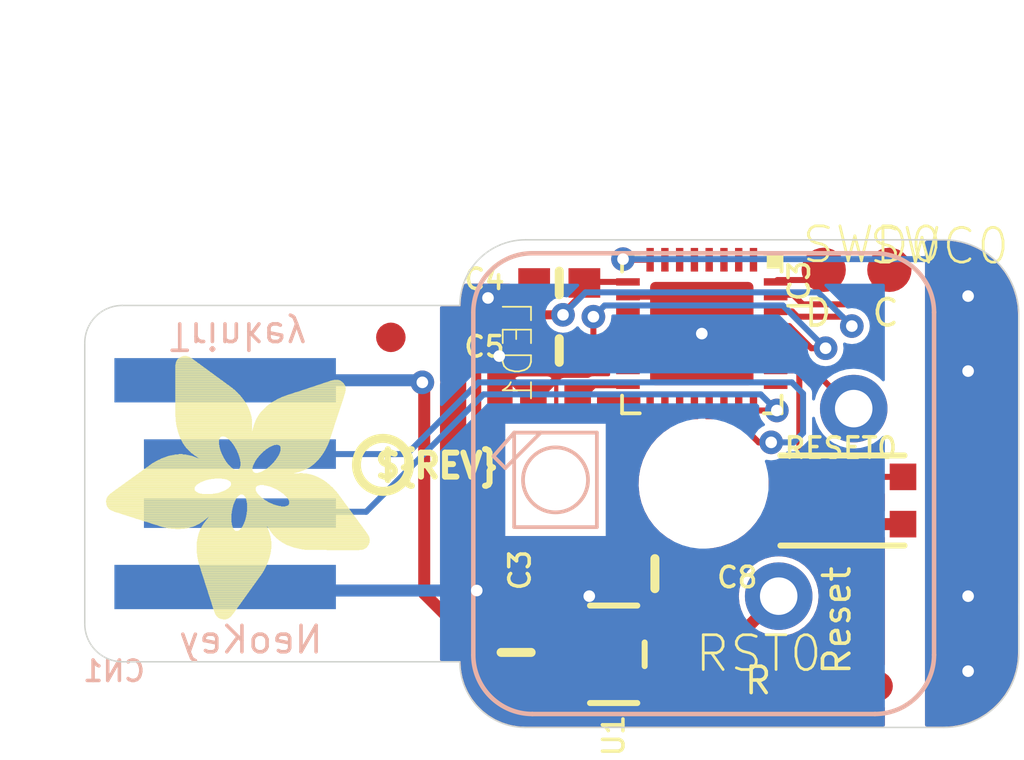
<source format=kicad_pcb>
(kicad_pcb (version 20221018) (generator pcbnew)
  (layers (0 "F.Cu" signal) (31 "B.Cu" signal) (34 "B.Paste" user) (35 "F.Paste" user) (36 "B.SilkS" user "B.Silkscreen") (37 "F.SilkS" user "F.Silkscreen") (38 "B.Mask" user) (39 "F.Mask" user) (44 "Edge.Cuts" user))
  (net 0 "")
  (net 1 "GND")
  (net 2 "D-")
  (net 3 "D+")
  (net 4 "VBUS")
  (net 5 "~{RESET}")
  (net 6 "3.3V")
  (net 7 "SWCLK")
  (net 8 "SWDIO")
  (net 9 "VDDCORE1")
  (net 10 "TOUCH")
  (net 11 "SWITCH")
  (net 12 "N$1")
  (footprint "working:TP15R" (layer "F.Cu") (at 157.7086 97.7646)
    (fp_text reference "SWD0" (at -0.8001 -0.8499) (layer "F.SilkS") (effects (font (size 1.176528 1.176528) (thickness 0.093472)) (justify left)))
    (fp_text value "SWD")
    (pad "TP" smd roundrect (at 0 0) (size 1.5 1.5) (layers "F.Cu" "F.Mask") (roundrect_rratio 0.5) (net 8 "SWDIO"))
  )
  (footprint "working:BTN_KMR2_4.6X2.8" (layer "F.Cu") (at 158.3436 105.5751)
    (fp_text reference "RESET0" (at -2.032 -1.778) (layer "F.SilkS") (effects (font (size 0.692831 0.692831) (thickness 0.119969)) (justify left)))
    (fp_text value "KMR2")
    (pad "A" smd rect (at 2.05 -0.8) (size 0.9 0.9) (layers "F.Cu" "F.Paste" "F.Mask") (net 5 "~{RESET}"))
    (pad "A'" smd rect (at -2.05 -0.8) (size 0.9 0.9) (layers "F.Cu" "F.Paste" "F.Mask") (net 5 "~{RESET}"))
    (pad "B" smd rect (at 2.05 0.8) (size 0.9 0.9) (layers "F.Cu" "F.Paste" "F.Mask") (net 1 "GND"))
    (pad "B'" smd rect (at -2.05 0.8) (size 0.9 0.9) (layers "F.Cu" "F.Paste" "F.Mask") (net 1 "GND"))
  )
  (footprint "working:PCBFEAT-REV-040" (layer "F.Cu") (at 142.7861 104.3686)
    (fp_text reference "U$8" hide)
    (fp_text value "" hide)
    (fp_text user "${REV}" (at -0.3556 0.508) (layer "F.SilkS") (effects (font (size 0.8128 0.8128) (thickness 0.2032)) (justify left bottom)))
  )
  (footprint "working:TP15R" (layer "F.Cu") (at 159.9311 97.7646)
    (fp_text reference "SWC0" (at -0.7501 -0.8001) (layer "F.SilkS") (effects (font (size 1.176528 1.176528) (thickness 0.093472)) (justify left)))
    (fp_text value "SWC")
    (pad "TP" smd roundrect (at 0 0) (size 1.5 1.5) (layers "F.Cu" "F.Mask") (roundrect_rratio 0.5) (net 7 "SWCLK"))
  )
  (footprint "working:0805-NO" (layer "F.Cu") (at 151.9936 108.0516)
    (fp_text reference "C8" (at 2.032 0.127) (layer "F.SilkS") (effects (font (size 0.692831 0.692831) (thickness 0.119969)) (justify left)))
    (fp_text value "10uF")
    (pad "1" smd rect (at -0.95 0) (size 1.24 1.5) (layers "F.Cu" "F.Paste" "F.Mask") (net 6 "3.3V"))
    (pad "2" smd rect (at 0.95 0) (size 1.24 1.5) (layers "F.Cu" "F.Paste" "F.Mask") (net 1 "GND"))
  )
  (footprint "working:FIDUCIAL_1MM" (layer "F.Cu") (at 143.0528 100.0506 180)
    (fp_text reference "FID2" hide)
    (fp_text value "FIDUCIAL_1MM" hide)
    (pad "1" smd roundrect (at 0 0 180) (size 1 1) (layers "F.Cu" "F.Mask") (roundrect_rratio 0.5))
  )
  (footprint "working:0603-NO" (layer "F.Cu") (at 148.7551 98.2091 180)
    (fp_text reference "C4" (at 1.778 0.127) (layer "F.SilkS") (effects (font (size 0.692831 0.692831) (thickness 0.119969)) (justify right)))
    (fp_text value "1uF")
    (pad "1" smd rect (at -0.85 0 180) (size 1.075 1) (layers "F.Cu" "F.Paste" "F.Mask") (net 6 "3.3V"))
    (pad "2" smd rect (at 0.85 0 180) (size 1.075 1) (layers "F.Cu" "F.Paste" "F.Mask") (net 1 "GND"))
  )
  (footprint "working:0805-NO" (layer "F.Cu") (at 147.2946 110.7186 90)
    (fp_text reference "C3" (at 2.032 0.127 90) (layer "F.SilkS") (effects (font (size 0.692831 0.692831) (thickness 0.119969)) (justify left)))
    (fp_text value "10uF")
    (pad "1" smd rect (at -0.95 0 90) (size 1.24 1.5) (layers "F.Cu" "F.Paste" "F.Mask") (net 4 "VBUS"))
    (pad "2" smd rect (at 0.95 0 90) (size 1.24 1.5) (layers "F.Cu" "F.Paste" "F.Mask") (net 1 "GND"))
  )
  (footprint "working:QFN32_5MM" (layer "F.Cu") (at 153.5811 99.9236 -90)
    (fp_text reference "IC3" (at -2.54 -3.298 90) (layer "F.SilkS") (effects (font (size 0.692831 0.692831) (thickness 0.119969)) (justify right)))
    (fp_text value "ATSAMD21E")
    (pad "1" smd rect (at -2.5 -1.75) (size 0.25 0.8) (layers "F.Cu" "F.Paste"))
    (pad "2" smd rect (at -2.5 -1.25) (size 0.25 0.8) (layers "F.Cu" "F.Paste"))
    (pad "3" smd rect (at -2.5 -0.75) (size 0.25 0.8) (layers "F.Cu" "F.Paste"))
    (pad "4" smd rect (at -2.5 -0.25) (size 0.25 0.8) (layers "F.Cu" "F.Paste"))
    (pad "5" smd rect (at -2.5 0.25) (size 0.25 0.8) (layers "F.Cu" "F.Paste"))
    (pad "6" smd rect (at -2.5 0.75) (size 0.25 0.8) (layers "F.Cu" "F.Paste"))
    (pad "7" smd rect (at -2.5 1.25) (size 0.25 0.8) (layers "F.Cu" "F.Paste"))
    (pad "8" smd rect (at -2.5 1.75) (size 0.25 0.8) (layers "F.Cu" "F.Paste") (net 10 "TOUCH"))
    (pad "9" smd rect (at -1.75 2.5 90) (size 0.25 0.8) (layers "F.Cu" "F.Paste") (net 6 "3.3V"))
    (pad "10" smd rect (at -1.25 2.5 90) (size 0.25 0.8) (layers "F.Cu" "F.Paste") (net 1 "GND"))
    (pad "11" smd rect (at -0.75 2.5 90) (size 0.25 0.8) (layers "F.Cu" "F.Paste"))
    (pad "12" smd rect (at -0.25 2.5 90) (size 0.25 0.8) (layers "F.Cu" "F.Paste"))
    (pad "13" smd rect (at 0.25 2.5 90) (size 0.25 0.8) (layers "F.Cu" "F.Paste"))
    (pad "14" smd rect (at 0.75 2.5 90) (size 0.25 0.8) (layers "F.Cu" "F.Paste"))
    (pad "15" smd rect (at 1.25 2.5 90) (size 0.25 0.8) (layers "F.Cu" "F.Paste"))
    (pad "16" smd rect (at 1.75 2.5 90) (size 0.25 0.8) (layers "F.Cu" "F.Paste") (net 12 "N$1"))
    (pad "17" smd rect (at 2.5 1.75 180) (size 0.25 0.8) (layers "F.Cu" "F.Paste"))
    (pad "18" smd rect (at 2.5 1.25 180) (size 0.25 0.8) (layers "F.Cu" "F.Paste"))
    (pad "19" smd rect (at 2.5 0.75 180) (size 0.25 0.8) (layers "F.Cu" "F.Paste"))
    (pad "20" smd rect (at 2.5 0.25 180) (size 0.25 0.8) (layers "F.Cu" "F.Paste"))
    (pad "21" smd rect (at 2.5 -0.25 180) (size 0.25 0.8) (layers "F.Cu" "F.Paste"))
    (pad "22" smd rect (at 2.5 -0.75 180) (size 0.25 0.8) (layers "F.Cu" "F.Paste"))
    (pad "23" smd rect (at 2.5 -1.25 180) (size 0.25 0.8) (layers "F.Cu" "F.Paste") (net 2 "D-"))
    (pad "24" smd rect (at 2.5 -1.75 180) (size 0.25 0.8) (layers "F.Cu" "F.Paste") (net 3 "D+"))
    (pad "25" smd rect (at 1.75 -2.5 270) (size 0.25 0.8) (layers "F.Cu" "F.Paste"))
    (pad "26" smd rect (at 1.25 -2.5 270) (size 0.25 0.8) (layers "F.Cu" "F.Paste") (net 5 "~{RESET}"))
    (pad "27" smd rect (at 0.75 -2.5 270) (size 0.25 0.8) (layers "F.Cu" "F.Paste") (net 11 "SWITCH"))
    (pad "28" smd rect (at 0.25 -2.5 270) (size 0.25 0.8) (layers "F.Cu" "F.Paste") (net 1 "GND"))
    (pad "29" smd rect (at -0.25 -2.5 270) (size 0.25 0.8) (layers "F.Cu" "F.Paste") (net 9 "VDDCORE1"))
    (pad "30" smd rect (at -0.75 -2.5 270) (size 0.25 0.8) (layers "F.Cu" "F.Paste") (net 6 "3.3V"))
    (pad "31" smd rect (at -1.25 -2.5 270) (size 0.25 0.8) (layers "F.Cu" "F.Paste") (net 7 "SWCLK"))
    (pad "32" smd rect (at -1.75 -2.5 270) (size 0.25 0.8) (layers "F.Cu" "F.Paste") (net 8 "SWDIO"))
    (pad "33" smd roundrect (at 0 0 270) (size 3.5 3.5) (layers "F.Cu" "F.Mask") (roundrect_rratio 0.05) (net 1 "GND"))
  )
  (footprint "working:FIDUCIAL_1MM" (layer "F.Cu") (at 159.5501 111.8616)
    (fp_text reference "FID1" hide)
    (fp_text value "FIDUCIAL_1MM" hide)
    (pad "1" smd roundrect (at 0 0) (size 1 1) (layers "F.Cu" "F.Mask") (roundrect_rratio 0.5))
  )
  (footprint "working:ADAFRUIT_9MM" (layer "F.Cu") (at 142.3416 100.6856 180)
    (fp_text reference "U$6" hide)
    (fp_text value "" hide)
  )
  (footprint "working:TP16R" (layer "F.Cu") (at 154.0891 111.6076)
    (fp_text reference "RST0" (at -0.8001 -0.8499) (layer "F.SilkS") (effects (font (size 1.176528 1.176528) (thickness 0.093472)) (justify left)))
    (fp_text value "RST")
    (pad "TP" smd roundrect (at 0 0) (size 1.6 1.6) (layers "F.Cu" "F.Mask") (roundrect_rratio 0.5) (net 5 "~{RESET}"))
  )
  (footprint "working:0603-NO" (layer "F.Cu") (at 148.7551 100.4951 180)
    (fp_text reference "C5" (at 1.778 0.127) (layer "F.SilkS") (effects (font (size 0.692831 0.692831) (thickness 0.119969)) (justify right)))
    (fp_text value "1uF")
    (pad "1" smd rect (at -0.85 0 180) (size 1.075 1) (layers "F.Cu" "F.Paste" "F.Mask") (net 9 "VDDCORE1"))
    (pad "2" smd rect (at 0.85 0 180) (size 1.075 1) (layers "F.Cu" "F.Paste" "F.Mask") (net 1 "GND"))
  )
  (footprint "working:SOT23-5" (layer "F.Cu") (at 150.5966 110.7821 -90)
    (fp_text reference "U1" (at 1.978 0 90) (layer "F.SilkS") (effects (font (size 0.692831 0.692831) (thickness 0.119969)) (justify right)))
    (fp_text value "AP2112K-3.3")
    (pad "1" smd rect (at -0.95 1.3001 270) (size 0.55 1.2) (layers "F.Cu" "F.Paste" "F.Mask") (net 4 "VBUS"))
    (pad "2" smd rect (at 0 1.3001 270) (size 0.55 1.2) (layers "F.Cu" "F.Paste" "F.Mask") (net 1 "GND"))
    (pad "3" smd rect (at 0.95 1.3001 270) (size 0.55 1.2) (layers "F.Cu" "F.Paste" "F.Mask") (net 4 "VBUS"))
    (pad "4" smd rect (at 0.95 -1.3001 270) (size 0.55 1.2) (layers "F.Cu" "F.Paste" "F.Mask"))
    (pad "5" smd rect (at -0.95 -1.3001 270) (size 0.55 1.2) (layers "F.Cu" "F.Paste" "F.Mask") (net 6 "3.3V"))
  )
  (footprint "working:KAILH_BOX_MX_NOSTABILIZERS" (layer "B.Cu") (at 153.6446 105.0036 90)
    (fp_text reference "SW1" hide)
    (fp_text value "MX" hide)
    (pad "" np_thru_hole circle (at 0 0 90) (size 3.9 3.9) (drill 3.9) (layers "*.Cu" "*.Mask"))
    (pad "1" thru_hole circle (at -3.81 2.54 90) (size 2.286 2.286) (drill 1.27) (layers "*.Cu" "*.Mask") (net 6 "3.3V"))
    (pad "2" thru_hole circle (at 2.54 5.08 90) (size 2.286 2.286) (drill 1.27) (layers "*.Cu" "*.Mask") (net 11 "SWITCH"))
  )
  (footprint "working:USBA_PCB" (layer "B.Cu") (at 137.6426 105.0036)
    (fp_text reference "CN1" (at -5.08 6.35) (layer "B.SilkS") (effects (font (size 0.692831 0.692831) (thickness 0.119969)) (justify right mirror)))
    (fp_text value "")
    (pad "GND" smd rect (at -0.2 3.5) (size 7.5 1.5) (layers "B.Cu" "B.Mask") (net 1 "GND"))
    (pad "USB_NEG" smd rect (at 0.3 -1) (size 6.5 1) (layers "B.Cu" "B.Mask") (net 2 "D-"))
    (pad "USB_PLUS" smd rect (at 0.3 1) (size 6.5 1) (layers "B.Cu" "B.Mask") (net 3 "D+"))
    (pad "VCC" smd rect (at -0.2 -3.5) (size 7.5 1.5) (layers "B.Cu" "B.Mask") (net 4 "VBUS"))
  )
  (footprint "working:NEO3535_REVERSE" (layer "B.Cu") (at 148.6281 104.8766 -90)
    (fp_text reference "LED1" (at -2.54 1.27 -270) (layer "F.SilkS") (effects (font (size 0.957478 0.957478) (thickness 0.058522)) (justify right mirror)))
    (fp_text value "WS2812B_SK6812E")
    (pad "1-VDD" smd rect (at 2.65 -0.75 270) (size 1.2 0.9) (layers "F.Cu" "F.Paste" "F.Mask") (net 6 "3.3V"))
    (pad "2-DOUT" smd rect (at 2.65 0.75 270) (size 1.2 0.9) (layers "F.Cu" "F.Paste" "F.Mask"))
    (pad "3-GND" smd rect (at -2.65 0.75 270) (size 1.2 0.9) (layers "F.Cu" "F.Paste" "F.Mask") (net 1 "GND"))
    (pad "4-DIN" smd rect (at -2.65 -0.75 270) (size 1.2 0.9) (layers "F.Cu" "F.Paste" "F.Mask") (net 12 "N$1"))
    (zone (net 0) (net_name "") (layer "F.Cu") (connect_pads (clearance 0)) (min_thickness 0.25)
      (keepout (tracks not_allowed) (vias not_allowed) (pads not_allowed) (copperpour not_allowed) (footprints allowed))
      (fill (thermal_gap 0.5) (thermal_bridge_width 0.5))
      (polygon (pts (xy 150.4551 102.8496) (xy 150.4551 106.9036) (xy 146.8011 106.9036) (xy 146.8011 102.8496)))
    )
    (zone (net 0) (net_name "") (layer "B.Cu") (connect_pads (clearance 0)) (min_thickness 0.25)
      (keepout (tracks not_allowed) (vias not_allowed) (pads not_allowed) (copperpour not_allowed) (footprints allowed))
      (fill (thermal_gap 0.5) (thermal_bridge_width 0.5))
      (polygon (pts (xy 150.3281 102.9766) (xy 150.3281 106.7766) (xy 146.9281 106.7766) (xy 146.9281 102.9766)))
    )
  )
  (gr_line (start 145.3896 98.9711) (end 133.9596 98.9711) (stroke (width 0.05)) (layer "Edge.Cuts"))
  (gr_line (start 133.9896 111.0361) (end 145.3896 111.0361) (stroke (width 0.05)) (layer "Edge.Cuts"))
  (gr_arc (start 147.6121 113.2586) (mid 146.040555 112.607645) (end 145.3896 111.0361) (stroke (width 0.05)) (layer "Edge.Cuts"))
  (gr_arc (start 132.6896 100.2411) (mid 133.061574 99.343074) (end 133.9596 98.9711) (stroke (width 0.05)) (layer "Edge.Cuts"))
  (gr_line (start 132.6896 100.2411) (end 132.6896 109.7661) (stroke (width 0.05)) (layer "Edge.Cuts"))
  (gr_arc (start 133.9896 111.0361) (mid 133.076574 110.670339) (end 132.6896 109.7661) (stroke (width 0.05)) (layer "Edge.Cuts"))
  (gr_line (start 161.7726 96.7486) (end 147.6121 96.7486) (stroke (width 0.05)) (layer "Edge.Cuts"))
  (gr_arc (start 164.3126 110.7186) (mid 163.568651 112.514651) (end 161.7726 113.2586) (stroke (width 0.05)) (layer "Edge.Cuts"))
  (gr_line (start 164.3126 110.7186) (end 164.3126 109.0676) (stroke (width 0.05)) (layer "Edge.Cuts"))
  (gr_arc (start 145.3896 98.9711) (mid 146.040555 97.399555) (end 147.6121 96.7486) (stroke (width 0.05)) (layer "Edge.Cuts"))
  (gr_line (start 147.6121 113.2586) (end 161.7726 113.2586) (stroke (width 0.05)) (layer "Edge.Cuts"))
  (gr_arc (start 161.7726 96.7486) (mid 163.568651 97.492549) (end 164.3126 99.2886) (stroke (width 0.05)) (layer "Edge.Cuts"))
  (gr_line (start 164.3126 109.4486) (end 164.3126 99.2886) (stroke (width 0.05)) (layer "Edge.Cuts"))
  (gr_text "NeoKey" (at 135.8011 109.7661) (layer "B.SilkS") (effects (font (size 0.89408 0.89408) (thickness 0.12192)) (justify right top mirror)))
  (gr_text "Trinkey" (at 135.4836 99.4791 -180) (layer "B.SilkS") (effects (font (size 0.89408 0.89408) (thickness 0.12192)) (justify left bottom mirror)))
  (gr_text "Reset" (at 158.1531 109.6391 90) (layer "F.SilkS") (effects (font (size 0.89408 0.89408) (thickness 0.12192))))
  (gr_text "D" (at 157.5181 99.2251) (layer "F.SilkS") (effects (font (size 0.89408 0.89408) (thickness 0.12192))))
  (gr_text "C" (at 159.8041 99.2251) (layer "F.SilkS") (effects (font (size 0.89408 0.89408) (thickness 0.12192))))
  (gr_text "R" (at 155.4861 111.6711) (layer "F.SilkS") (effects (font (size 0.89408 0.89408) (thickness 0.12192))))
  (segment (start 148.623962 109.0549) (end 148.732568 109.0549) (width 0.4064) (layer "F.Cu") (net 1))
  (segment (start 159.4231 106.3751) (end 159.4231 106.4641) (width 0.4064) (layer "F.Cu") (net 1))
  (segment (start 147.2946 109.7686) (end 147.910262 109.7686) (width 0.4064) (layer "F.Cu") (net 1))
  (segment (start 147.9051 98.2091) (end 147.5876 98.5266) (width 0.4064) (layer "F.Cu") (net 1))
  (segment (start 149.2965 110.7821) (end 148.6281 110.7821) (width 0.4064) (layer "F.Cu") (net 1))
  (segment (start 153.2636 99.9236) (end 153.5811 99.9236) (width 0.2032) (layer "F.Cu") (net 1))
  (segment (start 148.6281 110.7821) (end 147.6146 109.7686) (width 0.4064) (layer "F.Cu") (net 1))
  (segment (start 151.0811 98.6736) (end 152.8826 98.6736) (width 0.2032) (layer "F.Cu") (net 1))
  (segment (start 152.8826 99.9236) (end 153.2636 99.9236) (width 0.2032) (layer "F.Cu") (net 1))
  (segment (start 147.6146 109.7686) (end 147.2946 109.7686) (width 0.4064) (layer "F.Cu") (net 1))
  (segment (start 152.8826 98.6736) (end 152.8826 99.9236) (width 0.2032) (layer "F.Cu") (net 1))
  (segment (start 147.910262 109.7686) (end 148.623962 109.0549) (width 0.4064) (layer "F.Cu") (net 1))
  (segment (start 147.5876 98.5266) (end 146.4691 98.5266) (width 0.4064) (layer "F.Cu") (net 1))
  (segment (start 156.0811 100.1736) (end 153.2636 100.1736) (width 0.2032) (layer "F.Cu") (net 1))
  (segment (start 148.973868 108.8136) (end 149.7711 108.8136) (width 0.4064) (layer "F.Cu") (net 1))
  (segment (start 153.2636 100.1736) (end 153.2636 99.9236) (width 0.2032) (layer "F.Cu") (net 1))
  (segment (start 148.732568 109.0549) (end 148.973868 108.8136) (width 0.4064) (layer "F.Cu") (net 1))
  (segment (start 160.3936 106.3751) (end 159.4231 106.3751) (width 0.4064) (layer "F.Cu") (net 1))
  (via (at 146.7231 100.6856) (size 0.8001) (drill 0.3937) (layers "F.Cu" "B.Cu") (net 1))
  (via (at 153.5811 99.9236) (size 0.8001) (drill 0.3937) (layers "F.Cu" "B.Cu") (net 1))
  (via (at 149.7711 108.8136) (size 0.8001) (drill 0.3937) (layers "F.Cu" "B.Cu") (net 1))
  (via (at 146.3421 98.7171) (size 0.8001) (drill 0.3937) (layers "F.Cu" "B.Cu") (net 1))
  (via (at 145.9611 108.6231) (size 0.8001) (drill 0.3937) (layers "F.Cu" "B.Cu") (net 1))
  (segment (start 137.4426 108.6231) (end 145.9611 108.6231) (width 0.4064) (layer "B.Cu") (net 1))
  (segment (start 137.4426 108.5036) (end 137.4426 108.6231) (width 0.4064) (layer "B.Cu") (net 1))
  (segment (start 154.8311 102.929488) (end 155.508368 103.606757) (width 0.2032) (layer "F.Cu") (net 2))
  (segment (start 154.8311 102.4236) (end 154.8311 102.929488) (width 0.2032) (layer "F.Cu") (net 2))
  (segment (start 155.508368 103.606757) (end 155.930443 103.606757) (width 0.2032) (layer "F.Cu") (net 2))
  (via (at 155.930443 103.606757) (size 0.8001) (drill 0.3937) (layers "F.Cu" "B.Cu") (net 2))
  (segment (start 146.0246 101.5746) (end 156.6291 101.5746) (width 0.2032) (layer "B.Cu") (net 2))
  (segment (start 156.692443 103.606757) (end 155.930443 103.606757) (width 0.2032) (layer "B.Cu") (net 2))
  (segment (start 137.9426 104.0036) (end 143.5956 104.0036) (width 0.2032) (layer "B.Cu") (net 2))
  (segment (start 157.0101 101.9556) (end 157.0101 103.2891) (width 0.2032) (layer "B.Cu") (net 2))
  (segment (start 143.5956 104.0036) (end 146.0246 101.5746) (width 0.2032) (layer "B.Cu") (net 2))
  (segment (start 156.6291 101.5746) (end 157.0101 101.9556) (width 0.2032) (layer "B.Cu") (net 2))
  (segment (start 157.0101 103.2891) (end 156.692443 103.606757) (width 0.2032) (layer "B.Cu") (net 2))
  (segment (start 155.4346 102.5271) (end 156.1211 102.5271) (width 0.2032) (layer "F.Cu") (net 3))
  (segment (start 155.3311 102.4236) (end 155.4346 102.5271) (width 0.2032) (layer "F.Cu") (net 3))
  (via (at 156.1211 102.5271) (size 0.8001) (drill 0.3937) (layers "F.Cu" "B.Cu") (net 3))
  (segment (start 139.2936 105.8926) (end 138.0536 105.8926) (width 0.2032) (layer "B.Cu") (net 3))
  (segment (start 138.0536 105.8926) (end 137.9426 106.0036) (width 0.2032) (layer "B.Cu") (net 3))
  (segment (start 142.217837 105.9561) (end 139.3571 105.9561) (width 0.2032) (layer "B.Cu") (net 3))
  (segment (start 156.1211 102.5271) (end 155.575 101.981) (width 0.2032) (layer "B.Cu") (net 3))
  (segment (start 155.575 101.981) (end 146.192937 101.981) (width 0.2032) (layer "B.Cu") (net 3))
  (segment (start 146.192937 101.981) (end 142.217837 105.9561) (width 0.2032) (layer "B.Cu") (net 3))
  (segment (start 139.3571 105.9561) (end 139.2936 105.8926) (width 0.2032) (layer "B.Cu") (net 3))
  (segment (start 150.4061 111.2901) (end 149.9641 111.7321) (width 0.4064) (layer "F.Cu") (net 4))
  (segment (start 147.2946 111.6686) (end 147.3581 111.7321) (width 0.4064) (layer "F.Cu") (net 4))
  (segment (start 149.9641 111.7321) (end 149.2965 111.7321) (width 0.4064) (layer "F.Cu") (net 4))
  (segment (start 150.0911 109.8321) (end 150.4061 110.1471) (width 0.4064) (layer "F.Cu") (net 4))
  (segment (start 144.1831 101.6381) (end 144.1831 108.728837) (width 0.4064) (layer "F.Cu") (net 4))
  (segment (start 147.3581 111.7321) (end 149.2965 111.7321) (width 0.4064) (layer "F.Cu") (net 4))
  (segment (start 150.4061 110.1471) (end 150.4061 111.2901) (width 0.4064) (layer "F.Cu") (net 4))
  (segment (start 149.2965 109.8321) (end 150.0911 109.8321) (width 0.4064) (layer "F.Cu") (net 4))
  (segment (start 147.122862 111.6686) (end 144.1831 108.728837) (width 0.4064) (layer "F.Cu") (net 4))
  (segment (start 147.122862 111.6686) (end 147.2946 111.6686) (width 0.4064) (layer "F.Cu") (net 4))
  (segment (start 144.1196 101.5746) (end 144.1831 101.6381) (width 0.4064) (layer "F.Cu") (net 4))
  (via (at 144.1196 101.5746) (size 0.8001) (drill 0.3937) (layers "F.Cu" "B.Cu") (net 4))
  (segment (start 137.4426 101.5036) (end 144.0486 101.5036) (width 0.4064) (layer "B.Cu") (net 4))
  (segment (start 144.0486 101.5036) (end 144.1196 101.5746) (width 0.4064) (layer "B.Cu") (net 4))
  (segment (start 156.796362 101.1736) (end 156.8831 101.260338) (width 0.2032) (layer "F.Cu") (net 5))
  (segment (start 158.4706 104.7751) (end 160.3936 104.7751) (width 0.2032) (layer "F.Cu") (net 5))
  (segment (start 156.0811 101.1736) (end 156.796362 101.1736) (width 0.2032) (layer "F.Cu") (net 5))
  (segment (start 154.0891 111.6076) (end 156.7561 111.6076) (width 0.2032) (layer "F.Cu") (net 5))
  (segment (start 156.8831 104.1856) (end 156.2936 104.7751) (width 0.2032) (layer "F.Cu") (net 5))
  (segment (start 156.7561 111.6076) (end 158.4706 109.8931) (width 0.2032) (layer "F.Cu") (net 5))
  (segment (start 156.2936 104.7751) (end 158.4706 104.7751) (width 0.2032) (layer "F.Cu") (net 5))
  (segment (start 158.4706 109.8931) (end 158.4706 104.7751) (width 0.2032) (layer "F.Cu") (net 5))
  (segment (start 156.8831 101.260338) (end 156.8831 104.1856) (width 0.2032) (layer "F.Cu") (net 5))
  (segment (start 151.0436 108.979) (end 151.0436 108.0516) (width 0.4064) (layer "F.Cu") (net 6))
  (segment (start 147.1882 108.4961) (end 148.5011 108.4961) (width 0.3048) (layer "F.Cu") (net 6))
  (segment (start 158.3436 99.3521) (end 158.6611 99.6696) (width 0.2032) (layer "F.Cu") (net 6))
  (segment (start 148.5011 108.4961) (end 149.3781 107.6191) (width 0.3048) (layer "F.Cu") (net 6))
  (segment (start 151.8967 109.8321) (end 155.1661 109.8321) (width 0.4064) (layer "F.Cu") (net 6))
  (segment (start 149.6051 98.5021) (end 148.8821 99.2251) (width 0.2032) (layer "F.Cu") (net 6))
  (segment (start 151.8967 109.8321) (end 151.0436 108.979) (width 0.4064) (layer "F.Cu") (net 6))
  (segment (start 149.6051 98.2091) (end 149.6051 98.5021) (width 0.2032) (layer "F.Cu") (net 6))
  (segment (start 155.1661 109.8321) (end 156.1846 108.8136) (width 0.4064) (layer "F.Cu") (net 6))
  (segment (start 148.8821 99.2886) (end 146.9771 99.2886) (width 0.3048) (layer "F.Cu") (net 6))
  (segment (start 156.8196 99.3521) (end 156.6411 99.1736) (width 0.2032) (layer "F.Cu") (net 6))
  (segment (start 149.8456 98.1736) (end 149.6051 98.2091) (width 0.2032) (layer "F.Cu") (net 6))
  (segment (start 145.9611 100.3046) (end 145.9611 107.269) (width 0.3048) (layer "F.Cu") (net 6))
  (segment (start 151.0436 108.0516) (end 150.5186 107.5266) (width 0.4064) (layer "F.Cu") (net 6))
  (segment (start 150.5186 107.5266) (end 149.3781 107.5266) (width 0.4064) (layer "F.Cu") (net 6))
  (segment (start 151.0811 98.1736) (end 149.8456 98.1736) (width 0.2032) (layer "F.Cu") (net 6))
  (segment (start 148.8821 99.2251) (end 148.8821 99.2886) (width 0.2032) (layer "F.Cu") (net 6))
  (segment (start 158.3436 99.3521) (end 156.8196 99.3521) (width 0.2032) (layer "F.Cu") (net 6))
  (segment (start 149.3781 107.6191) (end 149.3781 107.5266) (width 0.3048) (layer "F.Cu") (net 6))
  (segment (start 156.0811 99.1736) (end 156.6411 99.1736) (width 0.2032) (layer "F.Cu") (net 6))
  (segment (start 146.9771 99.2886) (end 145.9611 100.3046) (width 0.3048) (layer "F.Cu") (net 6))
  (segment (start 145.9611 107.269) (end 147.1882 108.4961) (width 0.3048) (layer "F.Cu") (net 6))
  (via (at 148.8821 99.2886) (size 0.8001) (drill 0.3937) (layers "F.Cu" "B.Cu") (net 6))
  (via (at 158.6611 99.6696) (size 0.8001) (drill 0.3937) (layers "F.Cu" "B.Cu") (net 6))
  (segment (start 158.6611 99.6696) (end 157.5181 98.5266) (width 0.2032) (layer "B.Cu") (net 6))
  (segment (start 157.5181 98.5266) (end 149.6441 98.5266) (width 0.2032) (layer "B.Cu") (net 6))
  (segment (start 148.8821 99.2886) (end 149.6441 98.5266) (width 0.2032) (layer "B.Cu") (net 6))
  (segment (start 156.674175 98.6101) (end 156.1446 98.6101) (width 0.2032) (layer "F.Cu") (net 7))
  (segment (start 156.0811 98.6736) (end 156.1446 98.6101) (width 0.2032) (layer "F.Cu") (net 7))
  (segment (start 158.7628 98.9329) (end 159.9311 97.7646) (width 0.2032) (layer "F.Cu") (net 7))
  (segment (start 156.996975 98.9329) (end 158.7628 98.9329) (width 0.2032) (layer "F.Cu") (net 7))
  (segment (start 156.674175 98.6101) (end 156.996975 98.9329) (width 0.2032) (layer "F.Cu") (net 7))
  (segment (start 156.0811 98.1736) (end 156.1446 98.1101) (width 0.2032) (layer "F.Cu") (net 8))
  (segment (start 157.4266 98.1101) (end 156.1446 98.1101) (width 0.2032) (layer "F.Cu") (net 8))
  (segment (start 157.4266 98.1101) (end 157.7086 97.7646) (width 0.2032) (layer "F.Cu") (net 8))
  (segment (start 157.2904 100.4189) (end 157.7721 100.4189) (width 0.2032) (layer "F.Cu") (net 9))
  (segment (start 157.2904 100.4189) (end 156.5451 99.6736) (width 0.2032) (layer "F.Cu") (net 9))
  (segment (start 156.0811 99.6736) (end 156.5451 99.6736) (width 0.2032) (layer "F.Cu") (net 9))
  (segment (start 149.6051 100.4951) (end 149.9108 100.1894) (width 0.2032) (layer "F.Cu") (net 9))
  (segment (start 149.9108 100.1894) (end 149.9108 99.3521) (width 0.2032) (layer "F.Cu") (net 9))
  (via (at 149.9108 99.3521) (size 0.8001) (drill 0.3937) (layers "F.Cu" "B.Cu") (net 9))
  (via (at 157.7721 100.4189) (size 0.8001) (drill 0.3937) (layers "F.Cu" "B.Cu") (net 9))
  (segment (start 156.3243 98.9711) (end 157.7721 100.4189) (width 0.2032) (layer "B.Cu") (net 9))
  (segment (start 156.3243 98.9711) (end 150.2918 98.9711) (width 0.2032) (layer "B.Cu") (net 9))
  (segment (start 149.9108 99.3521) (end 150.2918 98.9711) (width 0.2032) (layer "B.Cu") (net 9))
  (segment (start 150.93505 97.4236) (end 150.9141 97.40265) (width 0.2032) (layer "F.Cu") (net 10))
  (segment (start 151.8311 97.4236) (end 150.93505 97.4236) (width 0.2032) (layer "F.Cu") (net 10))
  (via (at 162.5981 101.1936) (size 0.8001) (drill 0.3937) (layers "F.Cu" "B.Cu") (net 10))
  (via (at 162.5981 98.6536) (size 0.8001) (drill 0.3937) (layers "F.Cu" "B.Cu") (net 10))
  (via (at 162.5981 108.8136) (size 0.8001) (drill 0.3937) (layers "F.Cu" "B.Cu") (net 10))
  (via (at 150.9141 97.40265) (size 0.8001) (drill 0.3937) (layers "F.Cu" "B.Cu") (net 10))
  (via (at 162.5981 111.3536) (size 0.8001) (drill 0.3937) (layers "F.Cu" "B.Cu") (net 10))
  (segment (start 161.53765 97.40265) (end 162.5981 98.4631) (width 0.2032) (layer "B.Cu") (net 10))
  (segment (start 150.9141 97.40265) (end 161.53765 97.40265) (width 0.2032) (layer "B.Cu") (net 10))
  (segment (start 162.5981 98.4631) (end 162.5981 101.1936) (width 0.2032) (layer "B.Cu") (net 10))
  (segment (start 156.8711 100.6736) (end 158.6611 102.4636) (width 0.2032) (layer "F.Cu") (net 11))
  (segment (start 158.6611 102.4636) (end 158.7246 102.4636) (width 0.2032) (layer "F.Cu") (net 11))
  (segment (start 156.0811 100.6736) (end 156.8711 100.6736) (width 0.2032) (layer "F.Cu") (net 11))
  (segment (start 149.9311 101.6736) (end 149.3781 102.2266) (width 0.2032) (layer "F.Cu") (net 12))
  (segment (start 151.0811 101.6736) (end 149.9311 101.6736) (width 0.2032) (layer "F.Cu") (net 12))
  (zone (net 10) (net_name "TOUCH") (layer "F.Cu") (priority 6) (connect_pads (clearance 0.000001)) (min_thickness 0.127) (fill yes (thermal_gap 0.304) (thermal_bridge_width 0.304))
    (polygon (pts (xy 164.5031 113.4491) (xy 161.1376 113.4491) (xy 161.1376 96.6216) (xy 164.5031 96.6216)))
  )
  (zone (net 1) (net_name "GND") (layer "F.Cu") (priority 6) (connect_pads (clearance 0.000001)) (min_thickness 0.1016) (fill yes (thermal_gap 0.2532) (thermal_bridge_width 0.2532))
    (polygon (pts (xy 159.7787 113.2967) (xy 144.7165 113.2967) (xy 144.7165 98.2345) (xy 159.7787 98.2345)))
  )
  (zone (net 10) (net_name "TOUCH") (layer "B.Cu") (priority 6) (connect_pads (clearance 0.000001)) (min_thickness 0.127) (fill yes (thermal_gap 0.304) (thermal_bridge_width 0.304))
    (polygon (pts (xy 164.5031 113.4491) (xy 161.1376 113.4491) (xy 161.1376 96.6216) (xy 164.5031 96.6216)))
  )
  (zone (net 1) (net_name "GND") (layer "B.Cu") (priority 6) (connect_pads (clearance 0.000001)) (min_thickness 0.1016) (fill yes (thermal_gap 0.2532) (thermal_bridge_width 0.2532))
    (polygon (pts (xy 159.7787 113.2967) (xy 144.7165 113.2967) (xy 144.7165 98.2345) (xy 159.7787 98.2345)))
  )
)
</source>
